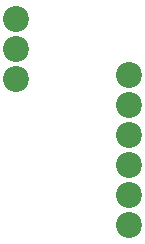
<source format=gbr>
G04 DipTrace 3.0.0.2*
G04 BottomMask.gbr*
%MOIN*%
G04 #@! TF.FileFunction,Soldermask,Bot*
G04 #@! TF.Part,Single*
%ADD50C,0.086614*%
%FSLAX26Y26*%
G04*
G70*
G90*
G75*
G01*
G04 BotMask*
%LPD*%
D50*
X1018701Y668701D3*
Y768701D3*
Y868701D3*
Y968701D3*
Y1068701D3*
Y1168701D3*
X643701Y1156201D3*
Y1256201D3*
Y1356201D3*
M02*

</source>
